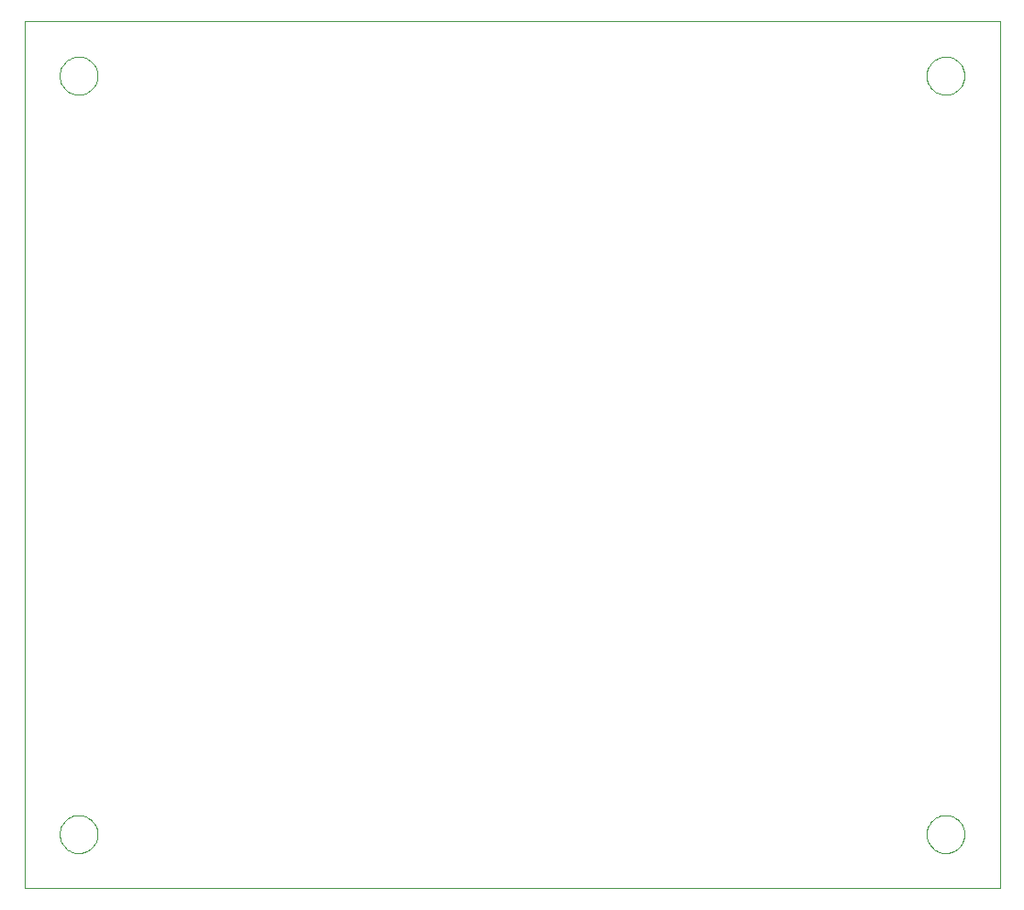
<source format=gbo>
G75*
G70*
%OFA0B0*%
%FSLAX24Y24*%
%IPPOS*%
%LPD*%
%AMOC8*
5,1,8,0,0,1.08239X$1,22.5*
%
%ADD10C,0.0000*%
D10*
X001180Y001680D02*
X001180Y033176D01*
X036613Y033176D01*
X036613Y001680D01*
X001180Y001680D01*
X002460Y003649D02*
X002462Y003701D01*
X002468Y003753D01*
X002478Y003804D01*
X002491Y003854D01*
X002509Y003904D01*
X002530Y003951D01*
X002554Y003997D01*
X002583Y004041D01*
X002614Y004083D01*
X002648Y004122D01*
X002685Y004159D01*
X002725Y004192D01*
X002768Y004223D01*
X002812Y004250D01*
X002858Y004274D01*
X002907Y004294D01*
X002956Y004310D01*
X003007Y004323D01*
X003058Y004332D01*
X003110Y004337D01*
X003162Y004338D01*
X003214Y004335D01*
X003266Y004328D01*
X003317Y004317D01*
X003367Y004303D01*
X003416Y004284D01*
X003463Y004262D01*
X003508Y004237D01*
X003552Y004208D01*
X003593Y004176D01*
X003632Y004141D01*
X003667Y004103D01*
X003700Y004062D01*
X003730Y004020D01*
X003756Y003975D01*
X003779Y003928D01*
X003798Y003879D01*
X003814Y003829D01*
X003826Y003779D01*
X003834Y003727D01*
X003838Y003675D01*
X003838Y003623D01*
X003834Y003571D01*
X003826Y003519D01*
X003814Y003469D01*
X003798Y003419D01*
X003779Y003370D01*
X003756Y003323D01*
X003730Y003278D01*
X003700Y003236D01*
X003667Y003195D01*
X003632Y003157D01*
X003593Y003122D01*
X003552Y003090D01*
X003508Y003061D01*
X003463Y003036D01*
X003416Y003014D01*
X003367Y002995D01*
X003317Y002981D01*
X003266Y002970D01*
X003214Y002963D01*
X003162Y002960D01*
X003110Y002961D01*
X003058Y002966D01*
X003007Y002975D01*
X002956Y002988D01*
X002907Y003004D01*
X002858Y003024D01*
X002812Y003048D01*
X002768Y003075D01*
X002725Y003106D01*
X002685Y003139D01*
X002648Y003176D01*
X002614Y003215D01*
X002583Y003257D01*
X002554Y003301D01*
X002530Y003347D01*
X002509Y003394D01*
X002491Y003444D01*
X002478Y003494D01*
X002468Y003545D01*
X002462Y003597D01*
X002460Y003649D01*
X002460Y031208D02*
X002462Y031260D01*
X002468Y031312D01*
X002478Y031363D01*
X002491Y031413D01*
X002509Y031463D01*
X002530Y031510D01*
X002554Y031556D01*
X002583Y031600D01*
X002614Y031642D01*
X002648Y031681D01*
X002685Y031718D01*
X002725Y031751D01*
X002768Y031782D01*
X002812Y031809D01*
X002858Y031833D01*
X002907Y031853D01*
X002956Y031869D01*
X003007Y031882D01*
X003058Y031891D01*
X003110Y031896D01*
X003162Y031897D01*
X003214Y031894D01*
X003266Y031887D01*
X003317Y031876D01*
X003367Y031862D01*
X003416Y031843D01*
X003463Y031821D01*
X003508Y031796D01*
X003552Y031767D01*
X003593Y031735D01*
X003632Y031700D01*
X003667Y031662D01*
X003700Y031621D01*
X003730Y031579D01*
X003756Y031534D01*
X003779Y031487D01*
X003798Y031438D01*
X003814Y031388D01*
X003826Y031338D01*
X003834Y031286D01*
X003838Y031234D01*
X003838Y031182D01*
X003834Y031130D01*
X003826Y031078D01*
X003814Y031028D01*
X003798Y030978D01*
X003779Y030929D01*
X003756Y030882D01*
X003730Y030837D01*
X003700Y030795D01*
X003667Y030754D01*
X003632Y030716D01*
X003593Y030681D01*
X003552Y030649D01*
X003508Y030620D01*
X003463Y030595D01*
X003416Y030573D01*
X003367Y030554D01*
X003317Y030540D01*
X003266Y030529D01*
X003214Y030522D01*
X003162Y030519D01*
X003110Y030520D01*
X003058Y030525D01*
X003007Y030534D01*
X002956Y030547D01*
X002907Y030563D01*
X002858Y030583D01*
X002812Y030607D01*
X002768Y030634D01*
X002725Y030665D01*
X002685Y030698D01*
X002648Y030735D01*
X002614Y030774D01*
X002583Y030816D01*
X002554Y030860D01*
X002530Y030906D01*
X002509Y030953D01*
X002491Y031003D01*
X002478Y031053D01*
X002468Y031104D01*
X002462Y031156D01*
X002460Y031208D01*
X033956Y031208D02*
X033958Y031260D01*
X033964Y031312D01*
X033974Y031363D01*
X033987Y031413D01*
X034005Y031463D01*
X034026Y031510D01*
X034050Y031556D01*
X034079Y031600D01*
X034110Y031642D01*
X034144Y031681D01*
X034181Y031718D01*
X034221Y031751D01*
X034264Y031782D01*
X034308Y031809D01*
X034354Y031833D01*
X034403Y031853D01*
X034452Y031869D01*
X034503Y031882D01*
X034554Y031891D01*
X034606Y031896D01*
X034658Y031897D01*
X034710Y031894D01*
X034762Y031887D01*
X034813Y031876D01*
X034863Y031862D01*
X034912Y031843D01*
X034959Y031821D01*
X035004Y031796D01*
X035048Y031767D01*
X035089Y031735D01*
X035128Y031700D01*
X035163Y031662D01*
X035196Y031621D01*
X035226Y031579D01*
X035252Y031534D01*
X035275Y031487D01*
X035294Y031438D01*
X035310Y031388D01*
X035322Y031338D01*
X035330Y031286D01*
X035334Y031234D01*
X035334Y031182D01*
X035330Y031130D01*
X035322Y031078D01*
X035310Y031028D01*
X035294Y030978D01*
X035275Y030929D01*
X035252Y030882D01*
X035226Y030837D01*
X035196Y030795D01*
X035163Y030754D01*
X035128Y030716D01*
X035089Y030681D01*
X035048Y030649D01*
X035004Y030620D01*
X034959Y030595D01*
X034912Y030573D01*
X034863Y030554D01*
X034813Y030540D01*
X034762Y030529D01*
X034710Y030522D01*
X034658Y030519D01*
X034606Y030520D01*
X034554Y030525D01*
X034503Y030534D01*
X034452Y030547D01*
X034403Y030563D01*
X034354Y030583D01*
X034308Y030607D01*
X034264Y030634D01*
X034221Y030665D01*
X034181Y030698D01*
X034144Y030735D01*
X034110Y030774D01*
X034079Y030816D01*
X034050Y030860D01*
X034026Y030906D01*
X034005Y030953D01*
X033987Y031003D01*
X033974Y031053D01*
X033964Y031104D01*
X033958Y031156D01*
X033956Y031208D01*
X033956Y003649D02*
X033958Y003701D01*
X033964Y003753D01*
X033974Y003804D01*
X033987Y003854D01*
X034005Y003904D01*
X034026Y003951D01*
X034050Y003997D01*
X034079Y004041D01*
X034110Y004083D01*
X034144Y004122D01*
X034181Y004159D01*
X034221Y004192D01*
X034264Y004223D01*
X034308Y004250D01*
X034354Y004274D01*
X034403Y004294D01*
X034452Y004310D01*
X034503Y004323D01*
X034554Y004332D01*
X034606Y004337D01*
X034658Y004338D01*
X034710Y004335D01*
X034762Y004328D01*
X034813Y004317D01*
X034863Y004303D01*
X034912Y004284D01*
X034959Y004262D01*
X035004Y004237D01*
X035048Y004208D01*
X035089Y004176D01*
X035128Y004141D01*
X035163Y004103D01*
X035196Y004062D01*
X035226Y004020D01*
X035252Y003975D01*
X035275Y003928D01*
X035294Y003879D01*
X035310Y003829D01*
X035322Y003779D01*
X035330Y003727D01*
X035334Y003675D01*
X035334Y003623D01*
X035330Y003571D01*
X035322Y003519D01*
X035310Y003469D01*
X035294Y003419D01*
X035275Y003370D01*
X035252Y003323D01*
X035226Y003278D01*
X035196Y003236D01*
X035163Y003195D01*
X035128Y003157D01*
X035089Y003122D01*
X035048Y003090D01*
X035004Y003061D01*
X034959Y003036D01*
X034912Y003014D01*
X034863Y002995D01*
X034813Y002981D01*
X034762Y002970D01*
X034710Y002963D01*
X034658Y002960D01*
X034606Y002961D01*
X034554Y002966D01*
X034503Y002975D01*
X034452Y002988D01*
X034403Y003004D01*
X034354Y003024D01*
X034308Y003048D01*
X034264Y003075D01*
X034221Y003106D01*
X034181Y003139D01*
X034144Y003176D01*
X034110Y003215D01*
X034079Y003257D01*
X034050Y003301D01*
X034026Y003347D01*
X034005Y003394D01*
X033987Y003444D01*
X033974Y003494D01*
X033964Y003545D01*
X033958Y003597D01*
X033956Y003649D01*
M02*

</source>
